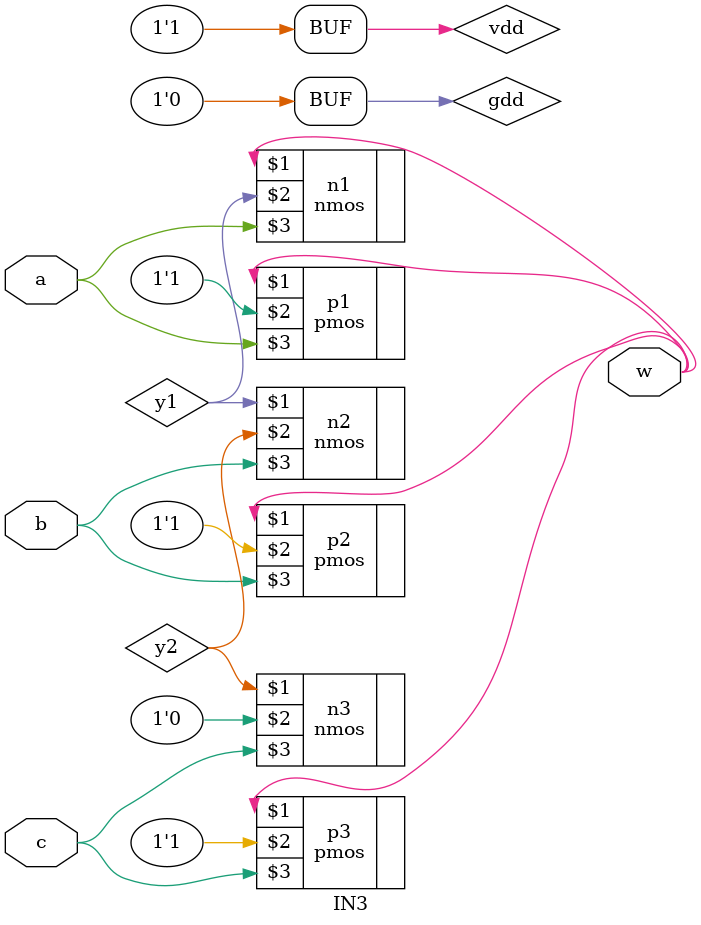
<source format=sv>

module IN3(input a,b,c, output w);
    supply1 vdd;
    supply0 gdd;
    wire y1, y2;
    pmos #(5,6,7) p1(w, vdd, a), p2(w, vdd, b), p3(w, vdd, c);
    nmos #(3,4,5) n1(w, y1, a), n2(y1, y2, b), n3(y2, gdd, c);
    // assign w = ~(a&b&c);
endmodule
</source>
